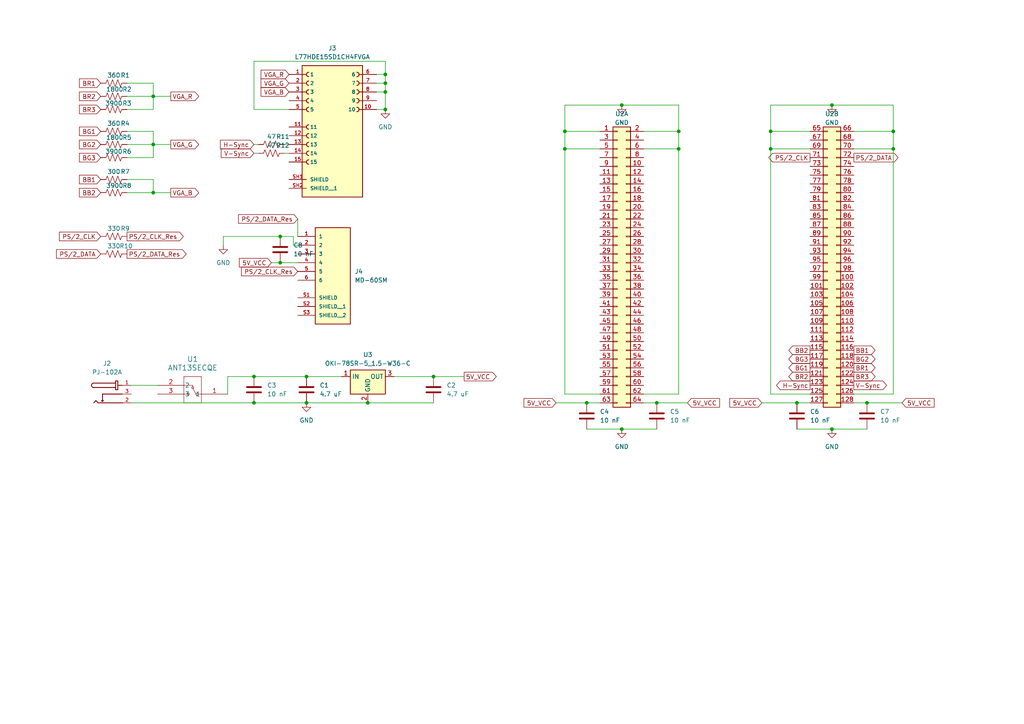
<source format=kicad_sch>
(kicad_sch (version 20231120) (generator "eeschema") (generator_version "8.0")
  (paper "A4")
  (lib_symbols
    (symbol "ANT13SEC1E:ANT13SECQE" (pin_names (offset 0.254))
      (property "Reference" "U" (at 10.16 7.62 0))
      (property "Value" "ANT13SECQE" (at 10.16 5.08 0))
      (symbol "ANT13SECQE_0_1"
        (polyline (pts (xy 7.62 -5.08) (xy 12.7 -5.08)) (stroke (width 0.127)))
        (polyline (pts (xy 7.62 0) (xy 8.5725 0)) (stroke (width 0.127)))
        (polyline (pts (xy 7.62 2.54) (xy 7.62 -5.08)) (stroke (width 0.127)))
        (polyline (pts (xy 10.16 -2.54) (xy 10.16 -2.2098)) (stroke (width 0.127)))
        (polyline (pts (xy 10.16 -2.54) (xy 12.7 -2.54)) (stroke (width 0.127)))
        (polyline (pts (xy 10.16 -1.905) (xy 8.89 0.635)) (stroke (width 0.127)))
        (polyline (pts (xy 11.7475 0) (xy 12.7 0)) (stroke (width 0.127)))
        (polyline (pts (xy 12.7 -5.08) (xy 12.7 2.54)) (stroke (width 0.127)))
        (polyline (pts (xy 12.7 2.54) (xy 7.62 2.54)) (stroke (width 0.127)))
        (circle (center 8.89 0) (radius 0.3048) (stroke (width 0.127)))
        (circle (center 10.16 -1.905) (radius 0.3048) (stroke (width 0.127)))
        (circle (center 11.43 0) (radius 0.3048) (stroke (width 0.127)))
        (pin unspecified line (at 0 0 0) (length 7.62) (name "1") (number "1"))
        (pin unspecified line (at 20.32 -2.54 180) (length 7.62) (name "2") (number "2"))
        (pin unspecified line (at 20.32 0 180) (length 7.62) (name "3") (number "3"))
      )
    )
    (symbol "Converter_DCDC:OKI-78SR-5_1.5-W36-C"
      (property "Reference" "U" (at -3.81 3.175 0))
      (property "Value" "OKI-78SR-5_1.5-W36-C" (at 0 3.175 0))
      (symbol "OKI-78SR-5_1.5-W36-C_0_1"
        (rectangle (start -5.08 1.905) (end 5.08 -5.08) (stroke (width 0.254)) (fill (type background)))
      )
      (symbol "OKI-78SR-5_1.5-W36-C_1_1"
        (pin power_in line (at -7.62 0 0) (length 2.54) (name "IN") (number "1"))
        (pin power_in line (at 0 -7.62 90) (length 2.54) (name "GND") (number "2"))
        (pin power_out line (at 7.62 0 180) (length 2.54) (name "OUT") (number "3"))
      )
    )
    (symbol "Device:C" (pin_numbers hide) (pin_names (offset 0.254))
      (property "Reference" "C" (at 0.635 2.54 0))
      (property "Value" "C" (at 0.635 -2.54 0))
      (symbol "C_0_1"
        (polyline (pts (xy -2.032 -0.762) (xy 2.032 -0.762)) (stroke (width 0.508)))
        (polyline (pts (xy -2.032 0.762) (xy 2.032 0.762)) (stroke (width 0.508)))
      )
      (symbol "C_1_1"
        (pin passive line (at 0 3.81 270) (length 2.794) (name "~") (number "1"))
        (pin passive line (at 0 -3.81 90) (length 2.794) (name "~") (number "2"))
      )
    )
    (symbol "Device:R_US" (pin_numbers hide) (pin_names (offset 0))
      (property "Reference" "R" (at 2.54 0 90))
      (property "Value" "R_US" (at -2.54 0 90))
      (symbol "R_US_0_1"
        (polyline (pts (xy 0 -2.286) (xy 0 -2.54)))
        (polyline (pts (xy 0 2.286) (xy 0 2.54)))
        (polyline (pts (xy 0 -0.762) (xy 1.016 -1.143) (xy 0 -1.524) (xy -1.016 -1.905) (xy 0 -2.286)))
        (polyline (pts (xy 0 0.762) (xy 1.016 0.381) (xy 0 0) (xy -1.016 -0.381) (xy 0 -0.762)))
        (polyline (pts (xy 0 2.286) (xy 1.016 1.905) (xy 0 1.524) (xy -1.016 1.143) (xy 0 0.762)))
      )
      (symbol "R_US_1_1"
        (pin passive line (at 0 3.81 270) (length 1.27) (name "~") (number "1"))
        (pin passive line (at 0 -3.81 90) (length 1.27) (name "~") (number "2"))
      )
    )
    (symbol "L77HDE15SD1CH4FVGA:L77HDE15SD1CH4FVGA" (pin_names (offset 1.016))
      (property "Reference" "J" (at -7.62 18.542 0))
      (property "Value" "L77HDE15SD1CH4FVGA" (at -7.62 -22.86 0))
      (symbol "L77HDE15SD1CH4FVGA_0_0"
        (rectangle (start -8.89 -20.32) (end 8.636 17.78) (stroke (width 0.254)) (fill (type background)))
        (arc (start -6.985 -9.525) (mid -7.6172 -10.16) (end -6.985 -10.795) (stroke (width 0.254)))
        (arc (start -6.985 -6.985) (mid -7.6172 -7.62) (end -6.985 -8.255) (stroke (width 0.254)))
        (arc (start -6.985 -4.445) (mid -7.6172 -5.08) (end -6.985 -5.715) (stroke (width 0.254)))
        (arc (start -6.985 -1.905) (mid -7.6172 -2.54) (end -6.985 -3.175) (stroke (width 0.254)))
        (arc (start -6.985 0.635) (mid -7.6172 0) (end -6.985 -0.635) (stroke (width 0.254)))
        (arc (start -6.985 5.715) (mid -7.6172 5.08) (end -6.985 4.445) (stroke (width 0.254)))
        (arc (start -6.985 8.255) (mid -7.6172 7.62) (end -6.985 6.985) (stroke (width 0.254)))
        (arc (start -6.985 10.795) (mid -7.6172 10.16) (end -6.985 9.525) (stroke (width 0.254)))
        (arc (start -6.985 13.335) (mid -7.6172 12.7) (end -6.985 12.065) (stroke (width 0.254)))
        (arc (start -6.985 15.875) (mid -7.6172 15.24) (end -6.985 14.605) (stroke (width 0.254)))
        (arc (start 6.985 4.445) (mid 7.6172 5.08) (end 6.985 5.715) (stroke (width 0.254)))
        (arc (start 6.985 6.985) (mid 7.6172 7.62) (end 6.985 8.255) (stroke (width 0.254)))
        (arc (start 6.985 9.525) (mid 7.6172 10.16) (end 6.985 10.795) (stroke (width 0.254)))
        (arc (start 6.985 12.065) (mid 7.6172 12.7) (end 6.985 13.335) (stroke (width 0.254)))
        (arc (start 6.985 14.605) (mid 7.6172 15.24) (end 6.985 15.875) (stroke (width 0.254)))
        (pin passive line (at -12.7 15.24 0) (length 5.08) (name "1") (number "1"))
        (pin passive line (at 12.7 5.08 180) (length 5.08) (name "10") (number "10"))
        (pin passive line (at -12.7 0 0) (length 5.08) (name "11") (number "11"))
        (pin passive line (at -12.7 -2.54 0) (length 5.08) (name "12") (number "12"))
        (pin passive line (at -12.7 -5.08 0) (length 5.08) (name "13") (number "13"))
        (pin passive line (at -12.7 -7.62 0) (length 5.08) (name "14") (number "14"))
        (pin passive line (at -12.7 -10.16 0) (length 5.08) (name "15") (number "15"))
        (pin passive line (at -12.7 12.7 0) (length 5.08) (name "2") (number "2"))
        (pin passive line (at -12.7 10.16 0) (length 5.08) (name "3") (number "3"))
        (pin passive line (at -12.7 7.62 0) (length 5.08) (name "4") (number "4"))
        (pin passive line (at -12.7 5.08 0) (length 5.08) (name "5") (number "5"))
        (pin passive line (at 12.7 15.24 180) (length 5.08) (name "6") (number "6"))
        (pin passive line (at 12.7 12.7 180) (length 5.08) (name "7") (number "7"))
        (pin passive line (at 12.7 10.16 180) (length 5.08) (name "8") (number "8"))
        (pin passive line (at 12.7 7.62 180) (length 5.08) (name "9") (number "9"))
        (pin passive line (at -12.7 -15.24 0) (length 5.08) (name "SHIELD") (number "SH1"))
        (pin passive line (at -12.7 -17.78 0) (length 5.08) (name "SHIELD__1") (number "SH2"))
      )
    )
    (symbol "MD-60SM:MD-60SM" (pin_names (offset 1.016))
      (property "Reference" "J" (at -5.08 10.922 0))
      (property "Value" "MD-60SM" (at -5.08 -20.32 0))
      (symbol "MD-60SM_0_0"
        (rectangle (start -5.08 -17.78) (end 5.08 10.16) (stroke (width 0.254)) (fill (type background)))
        (pin passive line (at -10.16 7.62 0) (length 5.08) (name "1") (number "1"))
        (pin passive line (at -10.16 5.08 0) (length 5.08) (name "2") (number "2"))
        (pin passive line (at -10.16 2.54 0) (length 5.08) (name "3") (number "3"))
        (pin passive line (at -10.16 0 0) (length 5.08) (name "4") (number "4"))
        (pin passive line (at -10.16 -2.54 0) (length 5.08) (name "5") (number "5"))
        (pin passive line (at -10.16 -5.08 0) (length 5.08) (name "6") (number "6"))
        (pin passive line (at -10.16 -10.16 0) (length 5.08) (name "SHIELD") (number "S1"))
        (pin passive line (at -10.16 -12.7 0) (length 5.08) (name "SHIELD__1") (number "S2"))
        (pin passive line (at -10.16 -15.24 0) (length 5.08) (name "SHIELD__2") (number "S3"))
      )
    )
    (symbol "PJ-102A:PJ-102A" (pin_names (offset 1.016))
      (property "Reference" "J" (at -7.6333 3.0533 0))
      (property "Value" "PJ-102A" (at -7.6363 -10.1817 0))
      (symbol "PJ-102A_0_0"
        (arc (start -5.842 0.635) (mid -6.4742 0) (end -5.842 -0.635) (stroke (width 0.254)))
        (polyline (pts (xy -5.842 -0.635) (xy 0.508 -0.635)) (stroke (width 0.254)))
        (polyline (pts (xy -5.842 0.635) (xy 0.508 0.635)) (stroke (width 0.254)))
        (polyline (pts (xy -5.207 -4.445) (xy -5.842 -5.08)) (stroke (width 0.254)))
        (polyline (pts (xy -4.572 -5.08) (xy -5.207 -4.445)) (stroke (width 0.254)))
        (polyline (pts (xy -3.556 -4.445) (xy -3.302 -4.699)) (stroke (width 0.254)))
        (polyline (pts (xy -3.302 -4.699) (xy -3.048 -4.445)) (stroke (width 0.254)))
        (polyline (pts (xy -3.302 -2.54) (xy -3.302 -4.445)) (stroke (width 0.254)))
        (polyline (pts (xy -3.048 -4.445) (xy -3.556 -4.445)) (stroke (width 0.254)))
        (polyline (pts (xy 0.508 -1.27) (xy 1.143 -1.27)) (stroke (width 0.254)))
        (polyline (pts (xy 0.508 1.27) (xy 0.508 -1.27)) (stroke (width 0.254)))
        (polyline (pts (xy 1.143 -1.27) (xy 1.143 0)) (stroke (width 0.254)))
        (polyline (pts (xy 1.143 0) (xy 1.143 1.27)) (stroke (width 0.254)))
        (polyline (pts (xy 1.143 0) (xy 2.413 0)) (stroke (width 0.254)))
        (polyline (pts (xy 1.143 1.27) (xy 0.508 1.27)) (stroke (width 0.254)))
        (polyline (pts (xy 2.413 -2.54) (xy -3.302 -2.54)) (stroke (width 0.254)))
        (polyline (pts (xy 2.54 -5.08) (xy -4.572 -5.08)) (stroke (width 0.254)))
        (pin power_in line (at 5.08 0 180) (length 2.54) (name "~") (number "1"))
        (pin power_in line (at 5.08 -5.08 180) (length 2.54) (name "~") (number "2"))
        (pin power_in line (at 5.08 -2.54 180) (length 2.54) (name "~") (number "3"))
      )
    )
    (symbol "TCC_LB:PlacaFpgaTri"
      (property "Reference" "U" (at 0 0 0))
      (symbol "PlacaFpgaTri_1_1"
        (rectangle (start 0 -90.043) (end 1.27 -90.297) (stroke (width 0.1524)))
        (rectangle (start 0 -87.503) (end 1.27 -87.757) (stroke (width 0.1524)))
        (rectangle (start 0 -84.963) (end 1.27 -85.217) (stroke (width 0.1524)))
        (rectangle (start 0 -82.423) (end 1.27 -82.677) (stroke (width 0.1524)))
        (rectangle (start 0 -79.883) (end 1.27 -80.137) (stroke (width 0.1524)))
        (rectangle (start 0 -77.343) (end 1.27 -77.597) (stroke (width 0.1524)))
        (rectangle (start 0 -74.803) (end 1.27 -75.057) (stroke (width 0.1524)))
        (rectangle (start 0 -72.263) (end 1.27 -72.517) (stroke (width 0.1524)))
        (rectangle (start 0 -69.723) (end 1.27 -69.977) (stroke (width 0.1524)))
        (rectangle (start 0 -67.183) (end 1.27 -67.437) (stroke (width 0.1524)))
        (rectangle (start 0 -64.643) (end 1.27 -64.897) (stroke (width 0.1524)))
        (rectangle (start 0 -62.103) (end 1.27 -62.357) (stroke (width 0.1524)))
        (rectangle (start 0 -59.563) (end 1.27 -59.817) (stroke (width 0.1524)))
        (rectangle (start 0 -57.023) (end 1.27 -57.277) (stroke (width 0.1524)))
        (rectangle (start 0 -54.483) (end 1.27 -54.737) (stroke (width 0.1524)))
        (rectangle (start 0 -51.943) (end 1.27 -52.197) (stroke (width 0.1524)))
        (rectangle (start 0 -49.403) (end 1.27 -49.657) (stroke (width 0.1524)))
        (rectangle (start 0 -46.863) (end 1.27 -47.117) (stroke (width 0.1524)))
        (rectangle (start 0 -44.323) (end 1.27 -44.577) (stroke (width 0.1524)))
        (rectangle (start 0 -41.783) (end 1.27 -42.037) (stroke (width 0.1524)))
        (rectangle (start 0 -39.243) (end 1.27 -39.497) (stroke (width 0.1524)))
        (rectangle (start 0 -36.703) (end 1.27 -36.957) (stroke (width 0.1524)))
        (rectangle (start 0 -34.163) (end 1.27 -34.417) (stroke (width 0.1524)))
        (rectangle (start 0 -31.623) (end 1.27 -31.877) (stroke (width 0.1524)))
        (rectangle (start 0 -29.083) (end 1.27 -29.337) (stroke (width 0.1524)))
        (rectangle (start 0 -26.543) (end 1.27 -26.797) (stroke (width 0.1524)))
        (rectangle (start 0 -24.003) (end 1.27 -24.257) (stroke (width 0.1524)))
        (rectangle (start 0 -21.463) (end 1.27 -21.717) (stroke (width 0.1524)))
        (rectangle (start 0 -18.923) (end 1.27 -19.177) (stroke (width 0.1524)))
        (rectangle (start 0 -16.383) (end 1.27 -16.637) (stroke (width 0.1524)))
        (rectangle (start 0 -13.843) (end 1.27 -14.097) (stroke (width 0.1524)))
        (rectangle (start 0 -11.303) (end 1.27 -11.557) (stroke (width 0.1524)))
        (rectangle (start 0 -10.16) (end 5.08 -91.44) (stroke (width 0.254)) (fill (type background)))
        (rectangle (start 5.08 -90.043) (end 3.81 -90.297) (stroke (width 0.1524)))
        (rectangle (start 5.08 -87.503) (end 3.81 -87.757) (stroke (width 0.1524)))
        (rectangle (start 5.08 -84.963) (end 3.81 -85.217) (stroke (width 0.1524)))
        (rectangle (start 5.08 -82.423) (end 3.81 -82.677) (stroke (width 0.1524)))
        (rectangle (start 5.08 -79.883) (end 3.81 -80.137) (stroke (width 0.1524)))
        (rectangle (start 5.08 -77.343) (end 3.81 -77.597) (stroke (width 0.1524)))
        (rectangle (start 5.08 -74.803) (end 3.81 -75.057) (stroke (width 0.1524)))
        (rectangle (start 5.08 -72.263) (end 3.81 -72.517) (stroke (width 0.1524)))
        (rectangle (start 5.08 -69.723) (end 3.81 -69.977) (stroke (width 0.1524)))
        (rectangle (start 5.08 -67.183) (end 3.81 -67.437) (stroke (width 0.1524)))
        (rectangle (start 5.08 -64.643) (end 3.81 -64.897) (stroke (width 0.1524)))
        (rectangle (start 5.08 -62.103) (end 3.81 -62.357) (stroke (width 0.1524)))
        (rectangle (start 5.08 -59.563) (end 3.81 -59.817) (stroke (width 0.1524)))
        (rectangle (start 5.08 -57.023) (end 3.81 -57.277) (stroke (width 0.1524)))
        (rectangle (start 5.08 -54.483) (end 3.81 -54.737) (stroke (width 0.1524)))
        (rectangle (start 5.08 -51.943) (end 3.81 -52.197) (stroke (width 0.1524)))
        (rectangle (start 5.08 -49.403) (end 3.81 -49.657) (stroke (width 0.1524)))
        (rectangle (start 5.08 -46.863) (end 3.81 -47.117) (stroke (width 0.1524)))
        (rectangle (start 5.08 -44.323) (end 3.81 -44.577) (stroke (width 0.1524)))
        (rectangle (start 5.08 -41.783) (end 3.81 -42.037) (stroke (width 0.1524)))
        (rectangle (start 5.08 -39.243) (end 3.81 -39.497) (stroke (width 0.1524)))
        (rectangle (start 5.08 -36.703) (end 3.81 -36.957) (stroke (width 0.1524)))
        (rectangle (start 5.08 -34.163) (end 3.81 -34.417) (stroke (width 0.1524)))
        (rectangle (start 5.08 -31.623) (end 3.81 -31.877) (stroke (width 0.1524)))
        (rectangle (start 5.08 -29.083) (end 3.81 -29.337) (stroke (width 0.1524)))
        (rectangle (start 5.08 -26.543) (end 3.81 -26.797) (stroke (width 0.1524)))
        (rectangle (start 5.08 -24.003) (end 3.81 -24.257) (stroke (width 0.1524)))
        (rectangle (start 5.08 -21.463) (end 3.81 -21.717) (stroke (width 0.1524)))
        (rectangle (start 5.08 -18.923) (end 3.81 -19.177) (stroke (width 0.1524)))
        (rectangle (start 5.08 -16.383) (end 3.81 -16.637) (stroke (width 0.1524)))
        (rectangle (start 5.08 -13.843) (end 3.81 -14.097) (stroke (width 0.1524)))
        (rectangle (start 5.08 -11.303) (end 3.81 -11.557) (stroke (width 0.1524)))
        (pin passive line (at -3.81 -11.43 0) (length 3.81) (name "") (number "1"))
        (pin passive line (at 8.89 -21.59 180) (length 3.81) (name "") (number "10"))
        (pin passive line (at -3.81 -24.13 0) (length 3.81) (name "") (number "11"))
        (pin passive line (at 8.89 -24.13 180) (length 3.81) (name "") (number "12"))
        (pin passive line (at -3.81 -26.67 0) (length 3.81) (name "") (number "13"))
        (pin passive line (at 8.89 -26.67 180) (length 3.81) (name "") (number "14"))
        (pin passive line (at -3.81 -29.21 0) (length 3.81) (name "") (number "15"))
        (pin passive line (at 8.89 -29.21 180) (length 3.81) (name "") (number "16"))
        (pin passive line (at -3.81 -31.75 0) (length 3.81) (name "") (number "17"))
        (pin passive line (at 8.89 -31.75 180) (length 3.81) (name "") (number "18"))
        (pin passive line (at -3.81 -34.29 0) (length 3.81) (name "") (number "19"))
        (pin passive line (at 8.89 -11.43 180) (length 3.81) (name "") (number "2"))
        (pin passive line (at 8.89 -34.29 180) (length 3.81) (name "") (number "20"))
        (pin passive line (at -3.81 -36.83 0) (length 3.81) (name "") (number "21"))
        (pin passive line (at 8.89 -36.83 180) (length 3.81) (name "") (number "22"))
        (pin passive line (at -3.81 -39.37 0) (length 3.81) (name "") (number "23"))
        (pin passive line (at 8.89 -39.37 180) (length 3.81) (name "") (number "24"))
        (pin passive line (at -3.81 -41.91 0) (length 3.81) (name "") (number "25"))
        (pin passive line (at 8.89 -41.91 180) (length 3.81) (name "") (number "26"))
        (pin passive line (at -3.81 -44.45 0) (length 3.81) (name "") (number "27"))
        (pin passive line (at 8.89 -44.45 180) (length 3.81) (name "") (number "28"))
        (pin passive line (at -3.81 -46.99 0) (length 3.81) (name "") (number "29"))
        (pin passive line (at -3.81 -13.97 0) (length 3.81) (name "") (number "3"))
        (pin passive line (at 8.89 -46.99 180) (length 3.81) (name "") (number "30"))
        (pin passive line (at -3.81 -49.53 0) (length 3.81) (name "") (number "31"))
        (pin passive line (at 8.89 -49.53 180) (length 3.81) (name "") (number "32"))
        (pin passive line (at -3.81 -52.07 0) (length 3.81) (name "") (number "33"))
        (pin passive line (at 8.89 -52.07 180) (length 3.81) (name "") (number "34"))
        (pin passive line (at -3.81 -54.61 0) (length 3.81) (name "") (number "35"))
        (pin passive line (at 8.89 -54.61 180) (length 3.81) (name "") (number "36"))
        (pin passive line (at -3.81 -57.15 0) (length 3.81) (name "") (number "37"))
        (pin passive line (at 8.89 -57.15 180) (length 3.81) (name "") (number "38"))
        (pin passive line (at -3.81 -59.69 0) (length 3.81) (name "") (number "39"))
        (pin passive line (at 8.89 -13.97 180) (length 3.81) (name "") (number "4"))
        (pin passive line (at 8.89 -59.69 180) (length 3.81) (name "") (number "40"))
        (pin passive line (at -3.81 -62.23 0) (length 3.81) (name "") (number "41"))
        (pin passive line (at 8.89 -62.23 180) (length 3.81) (name "") (number "42"))
        (pin passive line (at -3.81 -64.77 0) (length 3.81) (name "") (number "43"))
        (pin passive line (at 8.89 -64.77 180) (length 3.81) (name "") (number "44"))
        (pin passive line (at -3.81 -67.31 0) (length 3.81) (name "") (number "45"))
        (pin passive line (at 8.89 -67.31 180) (length 3.81) (name "") (number "46"))
        (pin passive line (at -3.81 -69.85 0) (length 3.81) (name "") (number "47"))
        (pin passive line (at 8.89 -69.85 180) (length 3.81) (name "") (number "48"))
        (pin passive line (at -3.81 -72.39 0) (length 3.81) (name "") (number "49"))
        (pin passive line (at -3.81 -16.51 0) (length 3.81) (name "") (number "5"))
        (pin passive line (at 8.89 -72.39 180) (length 3.81) (name "") (number "50"))
        (pin passive line (at -3.81 -74.93 0) (length 3.81) (name "") (number "51"))
        (pin passive line (at 8.89 -74.93 180) (length 3.81) (name "") (number "52"))
        (pin passive line (at -3.81 -77.47 0) (length 3.81) (name "") (number "53"))
        (pin passive line (at 8.89 -77.47 180) (length 3.81) (name "") (number "54"))
        (pin passive line (at -3.81 -80.01 0) (length 3.81) (name "") (number "55"))
        (pin passive line (at 8.89 -80.01 180) (length 3.81) (name "") (number "56"))
        (pin passive line (at -3.81 -82.55 0) (length 3.81) (name "") (number "57"))
        (pin passive line (at 8.89 -82.55 180) (length 3.81) (name "") (number "58"))
        (pin passive line (at -3.81 -85.09 0) (length 3.81) (name "") (number "59"))
        (pin passive line (at 8.89 -16.51 180) (length 3.81) (name "") (number "6"))
        (pin passive line (at 8.89 -85.09 180) (length 3.81) (name "") (number "60"))
        (pin passive line (at -3.81 -87.63 0) (length 3.81) (name "") (number "61"))
        (pin passive line (at 8.89 -87.63 180) (length 3.81) (name "") (number "62"))
        (pin passive line (at -3.81 -90.17 0) (length 3.81) (name "") (number "63"))
        (pin passive line (at 8.89 -90.17 180) (length 3.81) (name "") (number "64"))
        (pin passive line (at -3.81 -19.05 0) (length 3.81) (name "") (number "7"))
        (pin passive line (at 8.89 -19.05 180) (length 3.81) (name "") (number "8"))
        (pin passive line (at -3.81 -21.59 0) (length 3.81) (name "") (number "9"))
      )
      (symbol "PlacaFpgaTri_2_1"
        (rectangle (start 43.18 -90.043) (end 44.45 -90.297) (stroke (width 0.1524)))
        (rectangle (start 43.18 -87.503) (end 44.45 -87.757) (stroke (width 0.1524)))
        (rectangle (start 43.18 -84.963) (end 44.45 -85.217) (stroke (width 0.1524)))
        (rectangle (start 43.18 -82.423) (end 44.45 -82.677) (stroke (width 0.1524)))
        (rectangle (start 43.18 -79.883) (end 44.45 -80.137) (stroke (width 0.1524)))
        (rectangle (start 43.18 -77.343) (end 44.45 -77.597) (stroke (width 0.1524)))
        (rectangle (start 43.18 -74.803) (end 44.45 -75.057) (stroke (width 0.1524)))
        (rectangle (start 43.18 -72.263) (end 44.45 -72.517) (stroke (width 0.1524)))
        (rectangle (start 43.18 -69.723) (end 44.45 -69.977) (stroke (width 0.1524)))
        (rectangle (start 43.18 -67.183) (end 44.45 -67.437) (stroke (width 0.1524)))
        (rectangle (start 43.18 -64.643) (end 44.45 -64.897) (stroke (width 0.1524)))
        (rectangle (start 43.18 -62.103) (end 44.45 -62.357) (stroke (width 0.1524)))
        (rectangle (start 43.18 -59.563) (end 44.45 -59.817) (stroke (width 0.1524)))
        (rectangle (start 43.18 -57.023) (end 44.45 -57.277) (stroke (width 0.1524)))
        (rectangle (start 43.18 -54.483) (end 44.45 -54.737) (stroke (width 0.1524)))
        (rectangle (start 43.18 -51.943) (end 44.45 -52.197) (stroke (width 0.1524)))
        (rectangle (start 43.18 -49.403) (end 44.45 -49.657) (stroke (width 0.1524)))
        (rectangle (start 43.18 -46.863) (end 44.45 -47.117) (stroke (width 0.1524)))
        (rectangle (start 43.18 -44.323) (end 44.45 -44.577) (stroke (width 0.1524)))
        (rectangle (start 43.18 -41.783) (end 44.45 -42.037) (stroke (width 0.1524)))
        (rectangle (start 43.18 -39.243) (end 44.45 -39.497) (stroke (width 0.1524)))
        (rectangle (start 43.18 -36.703) (end 44.45 -36.957) (stroke (width 0.1524)))
        (rectangle (start 43.18 -34.163) (end 44.45 -34.417) (stroke (width 0.1524)))
        (rectangle (start 43.18 -31.623) (end 44.45 -31.877) (stroke (width 0.1524)))
        (rectangle (start 43.18 -29.083) (end 44.45 -29.337) (stroke (width 0.1524)))
        (rectangle (start 43.18 -26.543) (end 44.45 -26.797) (stroke (width 0.1524)))
        (rectangle (start 43.18 -24.003) (end 44.45 -24.257) (stroke (width 0.1524)))
        (rectangle (start 43.18 -21.463) (end 44.45 -21.717) (stroke (width 0.1524)))
        (rectangle (start 43.18 -18.923) (end 44.45 -19.177) (stroke (width 0.1524)))
        (rectangle (start 43.18 -16.383) (end 44.45 -16.637) (stroke (width 0.1524)))
        (rectangle (start 43.18 -13.843) (end 44.45 -14.097) (stroke (width 0.1524)))
        (rectangle (start 43.18 -11.303) (end 44.45 -11.557) (stroke (width 0.1524)))
        (rectangle (start 43.18 -10.16) (end 48.26 -91.44) (stroke (width 0.254)) (fill (type background)))
        (rectangle (start 48.26 -90.043) (end 46.99 -90.297) (stroke (width 0.1524)))
        (rectangle (start 48.26 -87.503) (end 46.99 -87.757) (stroke (width 0.1524)))
        (rectangle (start 48.26 -84.963) (end 46.99 -85.217) (stroke (width 0.1524)))
        (rectangle (start 48.26 -82.423) (end 46.99 -82.677) (stroke (width 0.1524)))
        (rectangle (start 48.26 -79.883) (end 46.99 -80.137) (stroke (width 0.1524)))
        (rectangle (start 48.26 -77.343) (end 46.99 -77.597) (stroke (width 0.1524)))
        (rectangle (start 48.26 -74.803) (end 46.99 -75.057) (stroke (width 0.1524)))
        (rectangle (start 48.26 -72.263) (end 46.99 -72.517) (stroke (width 0.1524)))
        (rectangle (start 48.26 -69.723) (end 46.99 -69.977) (stroke (width 0.1524)))
        (rectangle (start 48.26 -67.183) (end 46.99 -67.437) (stroke (width 0.1524)))
        (rectangle (start 48.26 -64.643) (end 46.99 -64.897) (stroke (width 0.1524)))
        (rectangle (start 48.26 -62.103) (end 46.99 -62.357) (stroke (width 0.1524)))
        (rectangle (start 48.26 -59.563) (end 46.99 -59.817) (stroke (width 0.1524)))
        (rectangle (start 48.26 -57.023) (end 46.99 -57.277) (stroke (width 0.1524)))
        (rectangle (start 48.26 -54.483) (end 46.99 -54.737) (stroke (width 0.1524)))
        (rectangle (start 48.26 -51.943) (end 46.99 -52.197) (stroke (width 0.1524)))
        (rectangle (start 48.26 -49.403) (end 46.99 -49.657) (stroke (width 0.1524)))
        (rectangle (start 48.26 -46.863) (end 46.99 -47.117) (stroke (width 0.1524)))
        (rectangle (start 48.26 -44.323) (end 46.99 -44.577) (stroke (width 0.1524)))
        (rectangle (start 48.26 -41.783) (end 46.99 -42.037) (stroke (width 0.1524)))
        (rectangle (start 48.26 -39.243) (end 46.99 -39.497) (stroke (width 0.1524)))
        (rectangle (start 48.26 -36.703) (end 46.99 -36.957) (stroke (width 0.1524)))
        (rectangle (start 48.26 -34.163) (end 46.99 -34.417) (stroke (width 0.1524)))
        (rectangle (start 48.26 -31.623) (end 46.99 -31.877) (stroke (width 0.1524)))
        (rectangle (start 48.26 -29.083) (end 46.99 -29.337) (stroke (width 0.1524)))
        (rectangle (start 48.26 -26.543) (end 46.99 -26.797) (stroke (width 0.1524)))
        (rectangle (start 48.26 -24.003) (end 46.99 -24.257) (stroke (width 0.1524)))
        (rectangle (start 48.26 -21.463) (end 46.99 -21.717) (stroke (width 0.1524)))
        (rectangle (start 48.26 -18.923) (end 46.99 -19.177) (stroke (width 0.1524)))
        (rectangle (start 48.26 -16.383) (end 46.99 -16.637) (stroke (width 0.1524)))
        (rectangle (start 48.26 -13.843) (end 46.99 -14.097) (stroke (width 0.1524)))
        (rectangle (start 48.26 -11.303) (end 46.99 -11.557) (stroke (width 0.1524)))
        (pin passive line (at 52.07 -54.61 180) (length 3.81) (name "") (number "100"))
        (pin passive line (at 39.37 -57.15 0) (length 3.81) (name "") (number "101"))
        (pin passive line (at 52.07 -57.15 180) (length 3.81) (name "") (number "102"))
        (pin passive line (at 39.37 -59.69 0) (length 3.81) (name "") (number "103"))
        (pin passive line (at 52.07 -59.69 180) (length 3.81) (name "") (number "104"))
        (pin passive line (at 39.37 -62.23 0) (length 3.81) (name "") (number "105"))
        (pin passive line (at 52.07 -62.23 180) (length 3.81) (name "") (number "106"))
        (pin passive line (at 39.37 -64.77 0) (length 3.81) (name "") (number "107"))
        (pin passive line (at 52.07 -64.77 180) (length 3.81) (name "") (number "108"))
        (pin passive line (at 39.37 -67.31 0) (length 3.81) (name "") (number "109"))
        (pin passive line (at 52.07 -67.31 180) (length 3.81) (name "") (number "110"))
        (pin passive line (at 39.37 -69.85 0) (length 3.81) (name "") (number "111"))
        (pin passive line (at 52.07 -69.85 180) (length 3.81) (name "") (number "112"))
        (pin passive line (at 39.37 -72.39 0) (length 3.81) (name "") (number "113"))
        (pin passive line (at 52.07 -72.39 180) (length 3.81) (name "") (number "114"))
        (pin passive line (at 39.37 -74.93 0) (length 3.81) (name "") (number "115"))
        (pin passive line (at 52.07 -74.93 180) (length 3.81) (name "") (number "116"))
        (pin passive line (at 39.37 -77.47 0) (length 3.81) (name "") (number "117"))
        (pin passive line (at 52.07 -77.47 180) (length 3.81) (name "") (number "118"))
        (pin passive line (at 39.37 -80.01 0) (length 3.81) (name "") (number "119"))
        (pin passive line (at 52.07 -80.01 180) (length 3.81) (name "") (number "120"))
        (pin passive line (at 39.37 -82.55 0) (length 3.81) (name "") (number "121"))
        (pin passive line (at 52.07 -82.55 180) (length 3.81) (name "") (number "122"))
        (pin passive line (at 39.37 -85.09 0) (length 3.81) (name "") (number "123"))
        (pin passive line (at 52.07 -85.09 180) (length 3.81) (name "") (number "124"))
        (pin passive line (at 39.37 -87.63 0) (length 3.81) (name "") (number "125"))
        (pin passive line (at 52.07 -87.63 180) (length 3.81) (name "") (number "126"))
        (pin passive line (at 39.37 -90.17 0) (length 3.81) (name "") (number "127"))
        (pin passive line (at 52.07 -90.17 180) (length 3.81) (name "") (number "128"))
        (pin passive line (at 39.37 -11.43 0) (length 3.81) (name "") (number "65"))
        (pin passive line (at 52.07 -11.43 180) (length 3.81) (name "") (number "66"))
        (pin passive line (at 39.37 -13.97 0) (length 3.81) (name "") (number "67"))
        (pin passive line (at 52.07 -13.97 180) (length 3.81) (name "") (number "68"))
        (pin passive line (at 39.37 -16.51 0) (length 3.81) (name "") (number "69"))
        (pin passive line (at 52.07 -16.51 180) (length 3.81) (name "") (number "70"))
        (pin passive line (at 39.37 -19.05 0) (length 3.81) (name "") (number "71"))
        (pin passive line (at 52.07 -19.05 180) (length 3.81) (name "") (number "72"))
        (pin passive line (at 39.37 -21.59 0) (length 3.81) (name "") (number "73"))
        (pin passive line (at 52.07 -21.59 180) (length 3.81) (name "") (number "74"))
        (pin passive line (at 39.37 -24.13 0) (length 3.81) (name "") (number "75"))
        (pin passive line (at 52.07 -24.13 180) (length 3.81) (name "") (number "76"))
        (pin passive line (at 39.37 -26.67 0) (length 3.81) (name "") (number "77"))
        (pin passive line (at 52.07 -26.67 180) (length 3.81) (name "") (number "78"))
        (pin passive line (at 39.37 -29.21 0) (length 3.81) (name "") (number "79"))
        (pin passive line (at 52.07 -29.21 180) (length 3.81) (name "") (number "80"))
        (pin passive line (at 39.37 -31.75 0) (length 3.81) (name "") (number "81"))
        (pin passive line (at 52.07 -31.75 180) (length 3.81) (name "") (number "82"))
        (pin passive line (at 39.37 -34.29 0) (length 3.81) (name "") (number "83"))
        (pin passive line (at 52.07 -34.29 180) (length 3.81) (name "") (number "84"))
        (pin passive line (at 39.37 -36.83 0) (length 3.81) (name "") (number "85"))
        (pin passive line (at 52.07 -36.83 180) (length 3.81) (name "") (number "86"))
        (pin passive line (at 39.37 -39.37 0) (length 3.81) (name "") (number "87"))
        (pin passive line (at 52.07 -39.37 180) (length 3.81) (name "") (number "88"))
        (pin passive line (at 39.37 -41.91 0) (length 3.81) (name "") (number "89"))
        (pin passive line (at 52.07 -41.91 180) (length 3.81) (name "") (number "90"))
        (pin passive line (at 39.37 -44.45 0) (length 3.81) (name "") (number "91"))
        (pin passive line (at 52.07 -44.45 180) (length 3.81) (name "") (number "92"))
        (pin passive line (at 39.37 -46.99 0) (length 3.81) (name "") (number "93"))
        (pin passive line (at 52.07 -46.99 180) (length 3.81) (name "") (number "94"))
        (pin passive line (at 39.37 -49.53 0) (length 3.81) (name "") (number "95"))
        (pin passive line (at 52.07 -49.53 180) (length 3.81) (name "") (number "96"))
        (pin passive line (at 39.37 -52.07 0) (length 3.81) (name "") (number "97"))
        (pin passive line (at 52.07 -52.07 180) (length 3.81) (name "") (number "98"))
        (pin passive line (at 39.37 -54.61 0) (length 3.81) (name "") (number "99"))
      )
      (symbol "PlacaFpgaTri_3_1"
        (rectangle (start 17.78 -5.08) (end 30.48 0) (stroke (width 0.254)) (fill (type background)))
        (rectangle (start 18.923 -5.08) (end 19.177 -3.81) (stroke (width 0.1524)))
        (rectangle (start 18.923 0) (end 19.177 -1.27) (stroke (width 0.1524)))
        (rectangle (start 21.463 -5.08) (end 21.717 -3.81) (stroke (width 0.1524)))
        (rectangle (start 21.463 0) (end 21.717 -1.27) (stroke (width 0.1524)))
        (rectangle (start 24.003 -5.08) (end 24.257 -3.81) (stroke (width 0.1524)))
        (rectangle (start 24.003 0) (end 24.257 -1.27) (stroke (width 0.1524)))
        (rectangle (start 26.543 -5.08) (end 26.797 -3.81) (stroke (width 0.1524)))
        (rectangle (start 26.543 0) (end 26.797 -1.27) (stroke (width 0.1524)))
        (rectangle (start 29.083 -5.08) (end 29.337 -3.81) (stroke (width 0.1524)))
        (rectangle (start 29.083 0) (end 29.337 -1.27) (stroke (width 0.1524)))
        (pin passive line (at 19.05 -8.89 90) (length 3.81) (name "") (number "201"))
        (pin passive line (at 19.05 3.81 270) (length 3.81) (name "") (number "202"))
        (pin passive line (at 21.59 -8.89 90) (length 3.81) (name "") (number "203"))
        (pin passive line (at 21.59 3.81 270) (length 3.81) (name "") (number "204"))
        (pin passive line (at 24.13 -8.89 90) (length 3.81) (name "") (number "205"))
        (pin passive line (at 24.13 3.81 270) (length 3.81) (name "") (number "206"))
        (pin passive line (at 26.67 -8.89 90) (length 3.81) (name "") (number "207"))
        (pin passive line (at 26.67 3.81 270) (length 3.81) (name "") (number "208"))
        (pin passive line (at 29.21 -8.89 90) (length 3.81) (name "") (number "209"))
        (pin passive line (at 29.21 3.81 270) (length 3.81) (name "") (number "210"))
      )
    )
    (symbol "power:GND" (power) (pin_numbers hide) (pin_names (offset 0) hide)
      (property "Value" "GND" (at 0 -3.81 0))
      (symbol "GND_0_1"
        (polyline (pts (xy 0 0) (xy 0 -1.27) (xy 1.27 -1.27) (xy 0 -2.54) (xy -1.27 -1.27) (xy 0 -1.27)))
      )
      (symbol "GND_1_1"
        (pin power_in line (at 0 0 270) (length 0) (name "~") (number "1"))
      )
    )
  )
  (junction (at 44.45 27.94))
  (junction (at 44.45 55.88))
  (junction (at 170.18 116.84))
  (junction (at 44.45 41.91))
  (junction (at 111.76 21.59))
  (junction (at 180.34 30.48))
  (junction (at 223.52 38.1))
  (junction (at 106.68 116.84))
  (junction (at 81.28 68.58))
  (junction (at 196.85 38.1))
  (junction (at 190.5 116.84))
  (junction (at 259.08 38.1))
  (junction (at 111.76 31.75))
  (junction (at 180.34 124.46))
  (junction (at 163.83 43.18))
  (junction (at 88.9 116.84))
  (junction (at 111.76 24.13))
  (junction (at 73.66 116.84))
  (junction (at 196.85 43.18))
  (junction (at 241.3 30.48))
  (junction (at 241.3 124.46))
  (junction (at 163.83 38.1))
  (junction (at 111.76 26.67))
  (junction (at 88.9 109.22))
  (junction (at 259.08 43.18))
  (junction (at 251.46 116.84))
  (junction (at 73.66 109.22))
  (junction (at 81.28 76.2))
  (junction (at 125.73 109.22))
  (junction (at 231.14 116.84))
  (junction (at 223.52 43.18))
  (wire (pts (xy 44.45 38.1) (xy 44.45 41.91)))
  (wire (pts (xy 44.45 41.91) (xy 36.83 41.91)))
  (wire (pts (xy 186.69 114.3) (xy 196.85 114.3)))
  (wire (pts (xy 36.83 31.75) (xy 44.45 31.75)))
  (wire (pts (xy 199.39 116.84) (xy 190.5 116.84)))
  (wire (pts (xy 241.3 124.46) (xy 251.46 124.46)))
  (wire (pts (xy 44.45 45.72) (xy 44.45 41.91)))
  (wire (pts (xy 259.08 114.3) (xy 247.65 114.3)))
  (wire (pts (xy 223.52 43.18) (xy 223.52 114.3)))
  (wire (pts (xy 111.76 24.13) (xy 109.22 24.13)))
  (wire (pts (xy 196.85 43.18) (xy 196.85 38.1)))
  (wire (pts (xy 81.28 68.58) (xy 85.09 68.58)))
  (wire (pts (xy 36.83 38.1) (xy 44.45 38.1)))
  (wire (pts (xy 111.76 26.67) (xy 109.22 26.67)))
  (wire (pts (xy 38.1 116.84) (xy 73.66 116.84)))
  (wire (pts (xy 73.66 41.91) (xy 74.93 41.91)))
  (wire (pts (xy 66.04 114.3) (xy 66.04 109.22)))
  (wire (pts (xy 231.14 116.84) (xy 234.95 116.84)))
  (wire (pts (xy 223.52 43.18) (xy 234.95 43.18)))
  (wire (pts (xy 163.83 30.48) (xy 180.34 30.48)))
  (wire (pts (xy 73.66 44.45) (xy 74.93 44.45)))
  (wire (pts (xy 223.52 38.1) (xy 223.52 30.48)))
  (wire (pts (xy 36.83 52.07) (xy 44.45 52.07)))
  (wire (pts (xy 173.99 114.3) (xy 163.83 114.3)))
  (wire (pts (xy 259.08 30.48) (xy 259.08 38.1)))
  (wire (pts (xy 44.45 55.88) (xy 49.53 55.88)))
  (wire (pts (xy 251.46 116.84) (xy 247.65 116.84)))
  (wire (pts (xy 85.09 71.12) (xy 86.36 71.12)))
  (wire (pts (xy 85.09 68.58) (xy 85.09 71.12)))
  (wire (pts (xy 73.66 116.84) (xy 88.9 116.84)))
  (wire (pts (xy 44.45 41.91) (xy 49.53 41.91)))
  (wire (pts (xy 44.45 27.94) (xy 36.83 27.94)))
  (wire (pts (xy 111.76 31.75) (xy 111.76 26.67)))
  (wire (pts (xy 44.45 31.75) (xy 44.45 27.94)))
  (wire (pts (xy 83.82 31.75) (xy 73.66 31.75)))
  (wire (pts (xy 66.04 109.22) (xy 73.66 109.22)))
  (wire (pts (xy 81.28 76.2) (xy 86.36 76.2)))
  (wire (pts (xy 259.08 43.18) (xy 259.08 114.3)))
  (wire (pts (xy 170.18 116.84) (xy 173.99 116.84)))
  (wire (pts (xy 73.66 31.75) (xy 73.66 17.78)))
  (wire (pts (xy 247.65 43.18) (xy 259.08 43.18)))
  (wire (pts (xy 64.77 68.58) (xy 81.28 68.58)))
  (wire (pts (xy 125.73 109.22) (xy 134.62 109.22)))
  (wire (pts (xy 73.66 109.22) (xy 88.9 109.22)))
  (wire (pts (xy 196.85 30.48) (xy 196.85 38.1)))
  (wire (pts (xy 170.18 124.46) (xy 180.34 124.46)))
  (wire (pts (xy 163.83 38.1) (xy 163.83 30.48)))
  (wire (pts (xy 44.45 24.13) (xy 44.45 27.94)))
  (wire (pts (xy 111.76 21.59) (xy 109.22 21.59)))
  (wire (pts (xy 180.34 30.48) (xy 196.85 30.48)))
  (wire (pts (xy 196.85 114.3) (xy 196.85 43.18)))
  (wire (pts (xy 44.45 55.88) (xy 36.83 55.88)))
  (wire (pts (xy 36.83 24.13) (xy 44.45 24.13)))
  (wire (pts (xy 190.5 116.84) (xy 186.69 116.84)))
  (wire (pts (xy 223.52 38.1) (xy 234.95 38.1)))
  (wire (pts (xy 223.52 30.48) (xy 241.3 30.48)))
  (wire (pts (xy 38.1 111.76) (xy 45.72 111.76)))
  (wire (pts (xy 106.68 116.84) (xy 125.73 116.84)))
  (wire (pts (xy 111.76 21.59) (xy 111.76 24.13)))
  (wire (pts (xy 223.52 38.1) (xy 223.52 43.18)))
  (wire (pts (xy 78.74 76.2) (xy 81.28 76.2)))
  (wire (pts (xy 44.45 27.94) (xy 49.53 27.94)))
  (wire (pts (xy 109.22 31.75) (xy 111.76 31.75)))
  (wire (pts (xy 82.55 44.45) (xy 83.82 44.45)))
  (wire (pts (xy 44.45 52.07) (xy 44.45 55.88)))
  (wire (pts (xy 220.98 116.84) (xy 231.14 116.84)))
  (wire (pts (xy 259.08 38.1) (xy 259.08 43.18)))
  (wire (pts (xy 234.95 114.3) (xy 223.52 114.3)))
  (wire (pts (xy 163.83 43.18) (xy 163.83 38.1)))
  (wire (pts (xy 163.83 38.1) (xy 173.99 38.1)))
  (wire (pts (xy 180.34 124.46) (xy 190.5 124.46)))
  (wire (pts (xy 161.29 116.84) (xy 170.18 116.84)))
  (wire (pts (xy 196.85 43.18) (xy 186.69 43.18)))
  (wire (pts (xy 88.9 109.22) (xy 99.06 109.22)))
  (wire (pts (xy 64.77 68.58) (xy 64.77 71.12)))
  (wire (pts (xy 82.55 41.91) (xy 83.82 41.91)))
  (wire (pts (xy 261.62 116.84) (xy 251.46 116.84)))
  (wire (pts (xy 196.85 38.1) (xy 186.69 38.1)))
  (wire (pts (xy 163.83 114.3) (xy 163.83 43.18)))
  (wire (pts (xy 73.66 17.78) (xy 111.76 17.78)))
  (wire (pts (xy 241.3 30.48) (xy 259.08 30.48)))
  (wire (pts (xy 86.36 63.5) (xy 86.36 68.58)))
  (wire (pts (xy 247.65 38.1) (xy 259.08 38.1)))
  (wire (pts (xy 231.14 124.46) (xy 241.3 124.46)))
  (wire (pts (xy 111.76 17.78) (xy 111.76 21.59)))
  (wire (pts (xy 163.83 43.18) (xy 173.99 43.18)))
  (wire (pts (xy 36.83 45.72) (xy 44.45 45.72)))
  (wire (pts (xy 88.9 116.84) (xy 106.68 116.84)))
  (wire (pts (xy 111.76 24.13) (xy 111.76 26.67)))
  (wire (pts (xy 114.3 109.22) (xy 125.73 109.22)))
  (global_label "VGA_G" (shape output) (at 49.53 41.91 0) (property "Intersheetrefs" "${INTERSHEET_REFS}" (effects (hide yes))))
  (global_label "5V_VCC" (shape input) (at 220.98 116.84 180) (property "Intersheetrefs" "${INTERSHEET_REFS}" (effects (hide yes))))
  (global_label "5V_VCC" (shape input) (at 199.39 116.84 0) (property "Intersheetrefs" "${INTERSHEET_REFS}" (effects (hide yes))))
  (global_label "5V_VCC" (shape output) (at 134.62 109.22 0) (property "Intersheetrefs" "${INTERSHEET_REFS}" (effects (hide yes))))
  (global_label "PS{slash}2_DATA" (shape input) (at 29.21 73.66 180) (property "Intersheetrefs" "${INTERSHEET_REFS}" (effects (hide yes))))
  (global_label "BR3" (shape output) (at 247.65 109.22 0) (property "Intersheetrefs" "${INTERSHEET_REFS}" (effects (hide yes))))
  (global_label "VGA_B" (shape output) (at 49.53 55.88 0) (property "Intersheetrefs" "${INTERSHEET_REFS}" (effects (hide yes))))
  (global_label "PS{slash}2_DATA_Res" (shape output) (at 36.83 73.66 0) (property "Intersheetrefs" "${INTERSHEET_REFS}" (effects (hide yes))))
  (global_label "BB2" (shape input) (at 29.21 55.88 180) (property "Intersheetrefs" "${INTERSHEET_REFS}" (effects (hide yes))))
  (global_label "PS{slash}2_CLK" (shape input) (at 29.21 68.58 180) (property "Intersheetrefs" "${INTERSHEET_REFS}" (effects (hide yes))))
  (global_label "PS{slash}2_DATA" (shape output) (at 247.65 45.72 0) (property "Intersheetrefs" "${INTERSHEET_REFS}" (effects (hide yes))))
  (global_label "VGA_G" (shape input) (at 83.82 24.13 180) (property "Intersheetrefs" "${INTERSHEET_REFS}" (effects (hide yes))))
  (global_label "BB2" (shape output) (at 234.95 101.6 180) (property "Intersheetrefs" "${INTERSHEET_REFS}" (effects (hide yes))))
  (global_label "5V_VCC" (shape input) (at 161.29 116.84 180) (property "Intersheetrefs" "${INTERSHEET_REFS}" (effects (hide yes))))
  (global_label "BR2" (shape output) (at 234.95 109.22 180) (property "Intersheetrefs" "${INTERSHEET_REFS}" (effects (hide yes))))
  (global_label "5V_VCC" (shape input) (at 78.74 76.2 180) (property "Intersheetrefs" "${INTERSHEET_REFS}" (effects (hide yes))))
  (global_label "BG1" (shape output) (at 234.95 106.68 180) (property "Intersheetrefs" "${INTERSHEET_REFS}" (effects (hide yes))))
  (global_label "V-Sync" (shape input) (at 73.66 44.45 180) (property "Intersheetrefs" "${INTERSHEET_REFS}" (effects (hide yes))))
  (global_label "BR2" (shape input) (at 29.21 27.94 180) (property "Intersheetrefs" "${INTERSHEET_REFS}" (effects (hide yes))))
  (global_label "BB1" (shape input) (at 29.21 52.07 180) (property "Intersheetrefs" "${INTERSHEET_REFS}" (effects (hide yes))))
  (global_label "BG1" (shape input) (at 29.21 38.1 180) (property "Intersheetrefs" "${INTERSHEET_REFS}" (effects (hide yes))))
  (global_label "H-Sync" (shape output) (at 234.95 111.76 180) (property "Intersheetrefs" "${INTERSHEET_REFS}" (effects (hide yes))))
  (global_label "VGA_B" (shape input) (at 83.82 26.67 180) (property "Intersheetrefs" "${INTERSHEET_REFS}" (effects (hide yes))))
  (global_label "VGA_R" (shape output) (at 49.53 27.94 0) (property "Intersheetrefs" "${INTERSHEET_REFS}" (effects (hide yes))))
  (global_label "BR1" (shape input) (at 29.21 24.13 180) (property "Intersheetrefs" "${INTERSHEET_REFS}" (effects (hide yes))))
  (global_label "PS{slash}2_CLK" (shape output) (at 234.95 45.72 180) (property "Intersheetrefs" "${INTERSHEET_REFS}" (effects (hide yes))))
  (global_label "BB1" (shape output) (at 247.65 101.6 0) (property "Intersheetrefs" "${INTERSHEET_REFS}" (effects (hide yes))))
  (global_label "BG2" (shape input) (at 29.21 41.91 180) (property "Intersheetrefs" "${INTERSHEET_REFS}" (effects (hide yes))))
  (global_label "5V_VCC" (shape input) (at 261.62 116.84 0) (property "Intersheetrefs" "${INTERSHEET_REFS}" (effects (hide yes))))
  (global_label "V-Sync" (shape output) (at 247.65 111.76 0) (property "Intersheetrefs" "${INTERSHEET_REFS}" (effects (hide yes))))
  (global_label "H-Sync" (shape input) (at 73.66 41.91 180) (property "Intersheetrefs" "${INTERSHEET_REFS}" (effects (hide yes))))
  (global_label "PS{slash}2_CLK_Res" (shape input) (at 86.36 78.74 180) (property "Intersheetrefs" "${INTERSHEET_REFS}" (effects (hide yes))))
  (global_label "BG3" (shape input) (at 29.21 45.72 180) (property "Intersheetrefs" "${INTERSHEET_REFS}" (effects (hide yes))))
  (global_label "PS{slash}2_CLK_Res" (shape output) (at 36.83 68.58 0) (property "Intersheetrefs" "${INTERSHEET_REFS}" (effects (hide yes))))
  (global_label "VGA_R" (shape input) (at 83.82 21.59 180) (property "Intersheetrefs" "${INTERSHEET_REFS}" (effects (hide yes))))
  (global_label "BG3" (shape output) (at 234.95 104.14 180) (property "Intersheetrefs" "${INTERSHEET_REFS}" (effects (hide yes))))
  (global_label "BR3" (shape input) (at 29.21 31.75 180) (property "Intersheetrefs" "${INTERSHEET_REFS}" (effects (hide yes))))
  (global_label "BG2" (shape output) (at 247.65 104.14 0) (property "Intersheetrefs" "${INTERSHEET_REFS}" (effects (hide yes))))
  (global_label "BR1" (shape output) (at 247.65 106.68 0) (property "Intersheetrefs" "${INTERSHEET_REFS}" (effects (hide yes))))
  (global_label "PS{slash}2_DATA_Res" (shape input) (at 86.36 63.5 180) (property "Intersheetrefs" "${INTERSHEET_REFS}" (effects (hide yes))))
  (symbol (lib_id "Device:R_US") (at 33.02 52.07 270) (unit 1)
    (property "Reference" "R7" (at 36.322 49.784 90))
    (property "Value" "300" (at 33.02 49.784 90))
    (property "Footprint" "Resistor_THT:R_Axial_DIN0207_L6.3mm_D2.5mm_P7.62mm_Horizontal" (effects (hide yes)))
    (property "Description" "Resistor, US symbol" (effects (hide yes)))
  )
  (symbol (lib_id "Device:R_US") (at 78.74 41.91 270) (unit 1)
    (property "Reference" "R11" (at 82.042 39.624 90))
    (property "Value" "47" (at 78.74 39.624 90))
    (property "Footprint" "Resistor_THT:R_Axial_DIN0207_L6.3mm_D2.5mm_P7.62mm_Horizontal" (effects (hide yes)))
    (property "Description" "Resistor, US symbol" (effects (hide yes)))
  )
  (symbol (lib_id "power:GND") (at 111.76 31.75 0) (unit 1)
    (property "Reference" "#PWR06" (effects (hide yes)))
    (property "Value" "GND" (at 111.76 36.83 0))
    (property "Description" "Power symbol creates a global label with name \"GND\" , ground" (effects (hide yes)))
  )
  (symbol (lib_id "Device:C") (at 73.66 113.03 0) (unit 1)
    (property "Reference" "C3" (at 77.47 111.7599 0) (effects (justify left)))
    (property "Value" "10 nF" (at 77.47 114.2999 0) (effects (justify left)))
    (property "Footprint" "Capacitor_THT:C_Axial_L3.8mm_D2.6mm_P7.50mm_Horizontal" (effects (hide yes)))
    (property "Description" "Unpolarized capacitor" (effects (hide yes)))
  )
  (symbol (lib_id "power:GND") (at 88.9 116.84 0) (unit 1)
    (property "Reference" "#PWR03" (effects (hide yes)))
    (property "Value" "GND" (at 88.9 121.92 0))
    (property "Description" "Power symbol creates a global label with name \"GND\" , ground" (effects (hide yes)))
  )
  (symbol (lib_id "Device:R_US") (at 33.02 24.13 270) (unit 1)
    (property "Reference" "R1" (at 36.322 21.844 90))
    (property "Value" "360" (at 33.02 21.844 90))
    (property "Footprint" "Resistor_THT:R_Axial_DIN0207_L6.3mm_D2.5mm_P7.62mm_Horizontal" (effects (hide yes)))
    (property "Description" "Resistor, US symbol" (effects (hide yes)))
  )
  (symbol (lib_id "TCC_LB:PlacaFpgaTri") (at 177.8 26.67 0) (unit 1)
    (property "Reference" "U2" (at 180.34 33.02 0))
    (property "Value" "~" (at 180.34 35.56 0))
    (property "Footprint" "Footprints:Placa" (effects (hide yes)))
  )
  (symbol (lib_id "Device:C") (at 88.9 113.03 0) (unit 1)
    (property "Reference" "C1" (at 92.71 111.7599 0) (effects (justify left)))
    (property "Value" "4.7 uF" (at 92.71 114.2999 0) (effects (justify left)))
    (property "Footprint" "Capacitor_THT:C_Axial_L3.8mm_D2.6mm_P7.50mm_Horizontal" (effects (hide yes)))
    (property "Description" "Unpolarized capacitor" (effects (hide yes)))
  )
  (symbol (lib_id "Device:R_US") (at 33.02 73.66 270) (unit 1)
    (property "Reference" "R10" (at 36.576 71.374 90))
    (property "Value" "330" (at 33.02 71.374 90))
    (property "Footprint" "Resistor_THT:R_Axial_DIN0207_L6.3mm_D2.5mm_P7.62mm_Horizontal" (effects (hide yes)))
    (property "Description" "Resistor, US symbol" (effects (hide yes)))
  )
  (symbol (lib_id "Device:R_US") (at 33.02 68.58 270) (unit 1)
    (property "Reference" "R9" (at 36.322 66.294 90))
    (property "Value" "330" (at 33.02 66.294 90))
    (property "Footprint" "Resistor_THT:R_Axial_DIN0207_L6.3mm_D2.5mm_P7.62mm_Horizontal" (effects (hide yes)))
    (property "Description" "Resistor, US symbol" (effects (hide yes)))
  )
  (symbol (lib_id "Device:C") (at 251.46 120.65 0) (unit 1)
    (property "Reference" "C7" (at 255.27 119.3799 0) (effects (justify left)))
    (property "Value" "10 nF" (at 255.27 121.9199 0) (effects (justify left)))
    (property "Footprint" "Capacitor_THT:C_Axial_L3.8mm_D2.6mm_P7.50mm_Horizontal" (effects (hide yes)))
    (property "Description" "Unpolarized capacitor" (effects (hide yes)))
  )
  (symbol (lib_id "ANT13SEC1E:ANT13SECQE") (at 66.04 114.3 180) (unit 1)
    (property "Reference" "U1" (at 55.88 104.14 0) (effects (font (size 1.524 1.524))))
    (property "Value" "ANT13SECQE" (at 55.88 106.68 0) (effects (font (size 1.524 1.524))))
    (property "Footprint" "Footprints:ANT13SEC_CRS" (effects (hide yes)))
    (property "Datasheet" "ANT13SECQE" (effects (hide yes)))
  )
  (symbol (lib_id "Device:R_US") (at 33.02 31.75 270) (unit 1)
    (property "Reference" "R3" (at 36.83 29.972 90))
    (property "Value" "3900" (at 33.02 29.972 90))
    (property "Footprint" "Resistor_THT:R_Axial_DIN0207_L6.3mm_D2.5mm_P7.62mm_Horizontal" (effects (hide yes)))
    (property "Description" "Resistor, US symbol" (effects (hide yes)))
  )
  (symbol (lib_id "power:GND") (at 180.34 30.48 0) (unit 1)
    (property "Reference" "#PWR04" (effects (hide yes)))
    (property "Value" "GND" (at 180.34 35.56 0))
    (property "Description" "Power symbol creates a global label with name \"GND\" , ground" (effects (hide yes)))
  )
  (symbol (lib_id "Device:R_US") (at 33.02 27.94 270) (unit 1)
    (property "Reference" "R2" (at 36.83 25.908 90))
    (property "Value" "1800" (at 33.274 25.908 90))
    (property "Footprint" "Resistor_THT:R_Axial_DIN0207_L6.3mm_D2.5mm_P7.62mm_Horizontal" (effects (hide yes)))
    (property "Description" "Resistor, US symbol" (effects (hide yes)))
  )
  (symbol (lib_id "Device:R_US") (at 33.02 38.1 270) (unit 1)
    (property "Reference" "R4" (at 36.322 35.814 90))
    (property "Value" "360" (at 33.02 35.814 90))
    (property "Footprint" "Resistor_THT:R_Axial_DIN0207_L6.3mm_D2.5mm_P7.62mm_Horizontal" (effects (hide yes)))
    (property "Description" "Resistor, US symbol" (effects (hide yes)))
  )
  (symbol (lib_id "Device:R_US") (at 33.02 55.88 270) (unit 1)
    (property "Reference" "R8" (at 36.83 53.848 90))
    (property "Value" "3900" (at 33.274 53.848 90))
    (property "Footprint" "Resistor_THT:R_Axial_DIN0207_L6.3mm_D2.5mm_P7.62mm_Horizontal" (effects (hide yes)))
    (property "Description" "Resistor, US symbol" (effects (hide yes)))
  )
  (symbol (lib_id "power:GND") (at 241.3 30.48 0) (unit 1)
    (property "Reference" "#PWR05" (effects (hide yes)))
    (property "Value" "GND" (at 241.3 35.56 0))
    (property "Description" "Power symbol creates a global label with name \"GND\" , ground" (effects (hide yes)))
  )
  (symbol (lib_id "power:GND") (at 64.77 71.12 0) (unit 1)
    (property "Reference" "#PWR02" (effects (hide yes)))
    (property "Value" "GND" (at 64.77 76.2 0))
    (property "Description" "Power symbol creates a global label with name \"GND\" , ground" (effects (hide yes)))
  )
  (symbol (lib_id "L77HDE15SD1CH4FVGA:L77HDE15SD1CH4FVGA") (at 96.52 36.83 0) (unit 1)
    (property "Reference" "J3" (at 96.393 13.97 0))
    (property "Value" "L77HDE15SD1CH4FVGA" (at 96.393 16.51 0))
    (property "Footprint" "Footprints:AMPHENOL_L77HDE15SD1CH4FVGA" (effects (hide yes)))
    (property "PARTREV" "1" (effects (hide yes)))
    (property "STANDARD" "Manufacturer Recommendations" (effects (hide yes)))
    (property "MAXIMUM_PACKAGE_HEIGHT" "12.55mm" (effects (hide yes)))
    (property "MANUFACTURER" "Amphenol" (effects (hide yes)))
  )
  (symbol (lib_id "power:GND") (at 180.34 124.46 0) (unit 1)
    (property "Reference" "#PWR01" (effects (hide yes)))
    (property "Value" "GND" (at 180.34 129.54 0))
    (property "Description" "Power symbol creates a global label with name \"GND\" , ground" (effects (hide yes)))
  )
  (symbol (lib_id "Device:C") (at 170.18 120.65 0) (unit 1)
    (property "Reference" "C4" (at 173.99 119.3799 0) (effects (justify left)))
    (property "Value" "10 nF" (at 173.99 121.9199 0) (effects (justify left)))
    (property "Footprint" "Capacitor_THT:C_Axial_L3.8mm_D2.6mm_P7.50mm_Horizontal" (effects (hide yes)))
    (property "Description" "Unpolarized capacitor" (effects (hide yes)))
  )
  (symbol (lib_id "Device:R_US") (at 78.74 44.45 270) (unit 1)
    (property "Reference" "R12" (at 82.042 42.164 90))
    (property "Value" "47" (at 78.74 42.164 90))
    (property "Footprint" "Resistor_THT:R_Axial_DIN0207_L6.3mm_D2.5mm_P7.62mm_Horizontal" (effects (hide yes)))
    (property "Description" "Resistor, US symbol" (effects (hide yes)))
  )
  (symbol (lib_id "Device:R_US") (at 33.02 45.72 270) (unit 1)
    (property "Reference" "R6" (at 36.83 43.942 90))
    (property "Value" "3900" (at 33.02 43.942 90))
    (property "Footprint" "Resistor_THT:R_Axial_DIN0207_L6.3mm_D2.5mm_P7.62mm_Horizontal" (effects (hide yes)))
    (property "Description" "Resistor, US symbol" (effects (hide yes)))
  )
  (symbol (lib_id "Converter_DCDC:OKI-78SR-5_1.5-W36-C") (at 106.68 109.22 0) (unit 1)
    (property "Reference" "U3" (at 106.68 102.87 0))
    (property "Value" "OKI-78SR-5_1.5-W36-C" (at 106.68 105.41 0))
    (property "Footprint" "Footprints:Converter_DCDC_Murata_OKI-78SR_Vertical" (effects (hide yes)))
    (property "Datasheet" "https://power.murata.com/data/power/oki-78sr.pdf" (effects (hide yes)))
    (property "Description" "1.5A Step-Down DC/DC-Regulator, 7-36V input, 5V fixed Output Voltage, LM78xx replacement, -40°C to +85°C, OKI-78SR_Vertical" (effects (hide yes)))
  )
  (symbol (lib_id "Device:R_US") (at 33.02 41.91 270) (unit 1)
    (property "Reference" "R5" (at 36.83 39.878 90))
    (property "Value" "1800" (at 33.274 39.878 90))
    (property "Footprint" "Resistor_THT:R_Axial_DIN0207_L6.3mm_D2.5mm_P7.62mm_Horizontal" (effects (hide yes)))
    (property "Description" "Resistor, US symbol" (effects (hide yes)))
  )
  (symbol (lib_id "Device:C") (at 231.14 120.65 0) (unit 1)
    (property "Reference" "C6" (at 234.95 119.3799 0) (effects (justify left)))
    (property "Value" "10 nF" (at 234.95 121.9199 0) (effects (justify left)))
    (property "Footprint" "Capacitor_THT:C_Axial_L3.8mm_D2.6mm_P7.50mm_Horizontal" (effects (hide yes)))
    (property "Description" "Unpolarized capacitor" (effects (hide yes)))
  )
  (symbol (lib_id "TCC_LB:PlacaFpgaTri") (at 195.58 26.67 0) (unit 2)
    (property "Reference" "U2" (at 241.3 33.02 0))
    (property "Value" "~" (at 241.3 35.56 0))
    (property "Footprint" "Footprints:Placa" (effects (hide yes)))
  )
  (symbol (lib_id "Device:C") (at 190.5 120.65 0) (unit 1)
    (property "Reference" "C5" (at 194.31 119.3799 0) (effects (justify left)))
    (property "Value" "10 nF" (at 194.31 121.9199 0) (effects (justify left)))
    (property "Footprint" "Capacitor_THT:C_Axial_L3.8mm_D2.6mm_P7.50mm_Horizontal" (effects (hide yes)))
    (property "Description" "Unpolarized capacitor" (effects (hide yes)))
  )
  (symbol (lib_id "power:GND") (at 241.3 124.46 0) (unit 1)
    (property "Reference" "#PWR07" (effects (hide yes)))
    (property "Value" "GND" (at 241.3 129.54 0))
    (property "Description" "Power symbol creates a global label with name \"GND\" , ground" (effects (hide yes)))
  )
  (symbol (lib_id "MD-60SM:MD-60SM") (at 96.52 76.2 0) (unit 1)
    (property "Reference" "J4" (at 102.87 78.7399 0) (effects (justify left)))
    (property "Value" "MD-60SM" (at 102.87 81.2799 0) (effects (justify left)))
    (property "Footprint" "Footprints:CUI_MD-60SM" (effects (hide yes)))
    (property "PARTREV" "02/18/2022" (effects (hide yes)))
    (property "STANDARD" "Manufacturer Recommendations" (effects (hide yes)))
    (property "MAXIMUM_PACKAGE_HEIGHT" "12.8 mm" (effects (hide yes)))
    (property "MANUFACTURER" "CUI" (effects (hide yes)))
  )
  (symbol (lib_id "Device:C") (at 125.73 113.03 0) (unit 1)
    (property "Reference" "C2" (at 129.54 111.7599 0) (effects (justify left)))
    (property "Value" "4.7 uF" (at 129.54 114.2999 0) (effects (justify left)))
    (property "Footprint" "Capacitor_THT:C_Axial_L3.8mm_D2.6mm_P7.50mm_Horizontal" (effects (hide yes)))
    (property "Description" "Unpolarized capacitor" (effects (hide yes)))
  )
  (symbol (lib_id "PJ-102A:PJ-102A") (at 33.02 111.76 0) (unit 1)
    (property "Reference" "J2" (at 31.0529 105.41 0))
    (property "Value" "PJ-102A" (at 31.0529 107.95 0))
    (property "Footprint" "Footprints:CUI_PJ-102A" (effects (hide yes)))
    (property "MF" "CUI" (effects (hide yes)))
    (property "DESCRIPTION" "2.0 mm Center Pin%2C 2.5 A%2C Right Angle%2C Through Hole%2C Tapered Pins%2C Dc Power Jack Connector" (effects (hide yes)))
    (property "PACKAGE" "None" (effects (hide yes)))
    (property "PRICE" "0.44 USD" (effects (hide yes)))
    (property "MP" "PJ-102A" (effects (hide yes)))
    (property "AVAILABILITY" "Good" (effects (hide yes)))
    (property "MANUFACTURER" "CUI inc" (effects (hide yes)))
  )
  (symbol (lib_id "Device:C") (at 81.28 72.39 0) (unit 1)
    (property "Reference" "C8" (at 85.09 71.1199 0) (effects (justify left)))
    (property "Value" "10 nF" (at 85.09 73.6599 0) (effects (justify left)))
    (property "Footprint" "Capacitor_THT:C_Axial_L3.8mm_D2.6mm_P7.50mm_Horizontal" (effects (hide yes)))
    (property "Description" "Unpolarized capacitor" (effects (hide yes)))
  )
)
</source>
